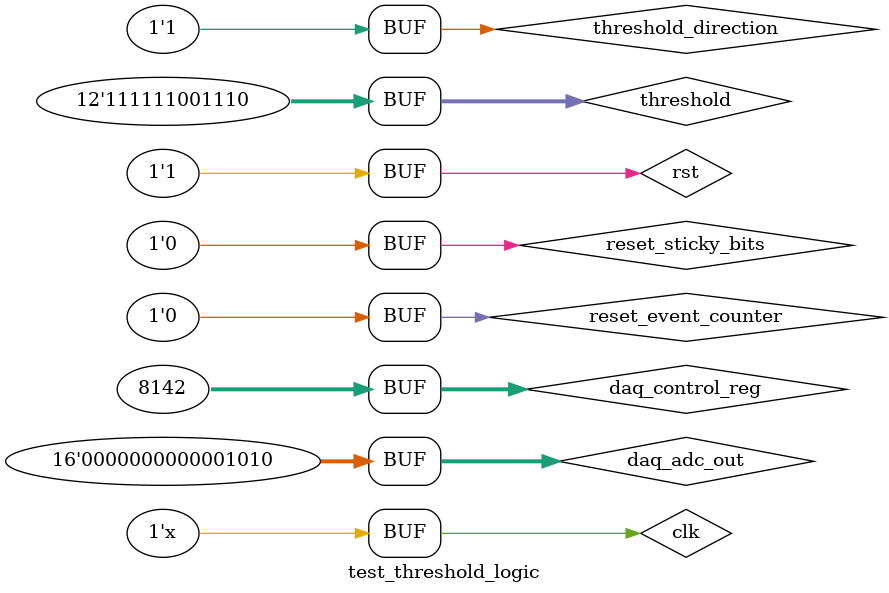
<source format=v>
`timescale 1ns / 1ps


module test_threshold_logic;

reg clk=0;
reg rst=1;

    wire [31:0] daq_control_reg = {18'd0,14'b1111111001110};

    reg [15:0] event_counter;           //counter value incremented everytime the adc triggers the daq
    reg        threshold_flag;          //this bit is set every time the adc triggers the daq and cleared as soon as it isn't
    reg        threshold_flag_sticky;   //this bit is set when the adc triggers the daq and only cleared by the reset_sticky_bits signal
    
    //declare auxillary signals for daq_status_register
    reg threshold_flag_old; //the value of the threshold_Flag from one clock cycle ago for edge detection
    
    //declare signals that will hold inputs from the daq_control_register
    wire signed [11:0]  threshold;              //threshold value used to trigger the daq (can be positive or negative
    wire                threshold_direction;    //determines whether the daq gets triggered when the adc value is above (0) or below (1) the threshold value
    wire                reset_sticky_bits;      //resets the sticky bits
    wire                reset_event_counter;    //resets the event counter
    
    reg signed [11:0] adc_value;
    reg [15:0] daq_adc_out;
    reg [15:0] daq_adc_out;
    reg [31:0] daq_status_reg;
    
    //assign the above registers based on the daq_control_reg value
    assign threshold           =    daq_control_reg[11:0];
    assign threshold_direction =    daq_control_reg[12];
    assign reset_sticky_bits   =    daq_control_reg[13];
    assign reset_event_counter =    daq_control_reg[14];

always begin
    #5
    clk=!clk;
end

initial begin
    rst=0;
    #100
    rst=1;
    daq_adc_out <= 16'b1111111111011001;
    #100;
    daq_adc_out <= 16'b0000000000001010;
end;


    always @ (posedge clk) begin
        if (~rst) begin
            
            
            //signals used in daq_status_register
            event_counter <= 16'd0;
            threshold_flag <= 1'b0;
            threshold_flag_sticky <= 1'b0;
            
            threshold_flag_old <= 1'b0;
            adc_value <= 12'd0;
            
            daq_status_reg <= 0;
            
        end else begin
            adc_value <= daq_adc_out[15:4];
            
            //assign the threshold flag
            if (threshold_direction == 1'b0) begin
                //threshold_direction=0 indicates greater than comparison
                threshold_flag <= (adc_value >= threshold) ? 1'b1:1'b0;
            end else begin
                //threshold_direction=1 indicates less than comparison
                threshold_flag <= (adc_value <= threshold) ? 1'b1:1'b0;
            end
            
            //set the theshold_flag_sticky
            if (reset_sticky_bits == 1'b1) begin
                threshold_flag_sticky <= 0;
            end else if (threshold_flag == 1'b1) begin
                threshold_flag_sticky <= 1'b1;
            end
            
            //increment the event counter if the threshold has just been met
            if (reset_event_counter == 1'b1) begin
                event_counter <= 16'd0;
            end else if (threshold_flag == 1'b1 && threshold_flag_old != threshold_flag) begin
                event_counter <= event_counter + 1'b1;
            end
            
            //save old threshold flag value for edge detection
            threshold_flag_old <= threshold_flag;
            
            //assign the daq_status_register
            daq_status_reg <= {14'd0, threshold_flag_sticky, threshold_flag, event_counter};
            
            //constantly read from the adc and report its value to the daq_adc_out register no matter what
        end
    end
endmodule

</source>
